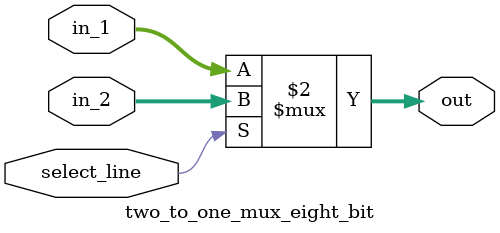
<source format=v>
`timescale 1ns / 1ps
module two_to_one_mux_eight_bit(
    input [7:0] in_1,
    input [7:0] in_2,
    input select_line,
    output [7:0] out
    );
	 assign out = (select_line==0)?in_1:in_2;
endmodule

</source>
